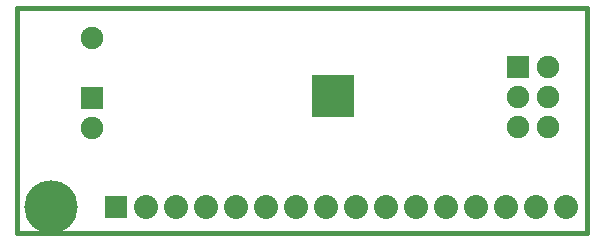
<source format=gbs>
G04 (created by PCBNEW-RS274X (2010-02-09)-RC2) date 22/07/2010 15:29:41*
G01*
G70*
G90*
%MOIN*%
G04 Gerber Fmt 3.4, Leading zero omitted, Abs format*
%FSLAX34Y34*%
G04 APERTURE LIST*
%ADD10C,0.001000*%
%ADD11C,0.015000*%
%ADD12R,0.075000X0.075000*%
%ADD13C,0.075000*%
%ADD14R,0.142000X0.142000*%
%ADD15O,0.075000X0.075000*%
%ADD16C,0.080000*%
%ADD17C,0.177500*%
G04 APERTURE END LIST*
G54D10*
G54D11*
X67000Y-26000D02*
X67000Y-33500D01*
X86000Y-26000D02*
X67000Y-26000D01*
X86000Y-33500D02*
X86000Y-26000D01*
X67000Y-33500D02*
X86000Y-33500D01*
G54D12*
X83728Y-27955D03*
G54D13*
X84728Y-27955D03*
X83728Y-28955D03*
X84728Y-28955D03*
X83728Y-29955D03*
X84728Y-29955D03*
G54D12*
X69500Y-29000D03*
G54D13*
X69500Y-30000D03*
G54D14*
X77559Y-28937D03*
G54D15*
X69500Y-27000D03*
G54D12*
X70296Y-32634D03*
G54D16*
X71296Y-32634D03*
X72296Y-32634D03*
X73296Y-32634D03*
X74296Y-32634D03*
X75296Y-32634D03*
X76296Y-32634D03*
X77296Y-32634D03*
X78296Y-32634D03*
X79296Y-32634D03*
X80296Y-32634D03*
X81296Y-32634D03*
X82296Y-32634D03*
X83296Y-32634D03*
X84296Y-32634D03*
X85296Y-32634D03*
G54D17*
X68130Y-32634D03*
M02*

</source>
